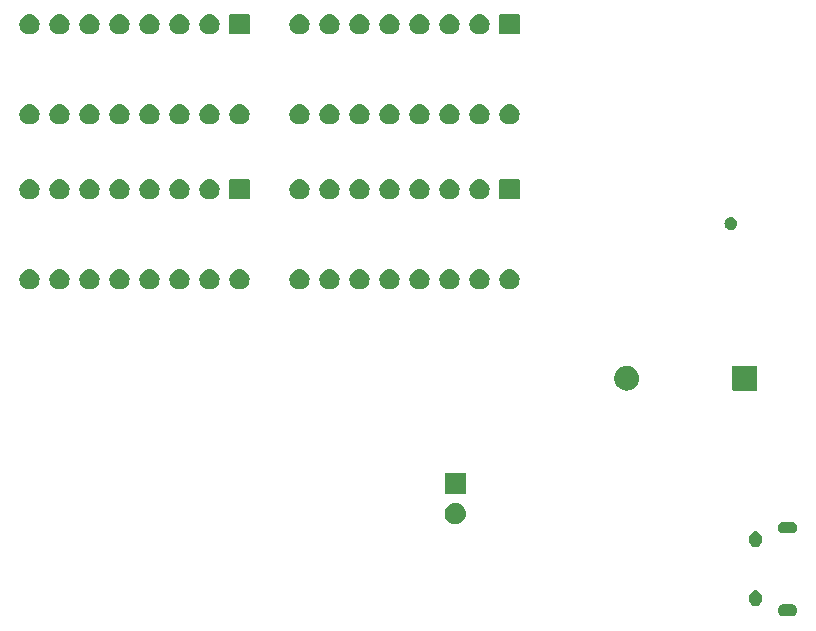
<source format=gbr>
%TF.GenerationSoftware,KiCad,Pcbnew,8.0.0-rc2*%
%TF.CreationDate,2024-02-11T14:56:47-08:00*%
%TF.ProjectId,fluke_884x_continuity_buzzer,666c756b-655f-4383-9834-785f636f6e74,REV1*%
%TF.SameCoordinates,Original*%
%TF.FileFunction,Soldermask,Bot*%
%TF.FilePolarity,Negative*%
%FSLAX46Y46*%
G04 Gerber Fmt 4.6, Leading zero omitted, Abs format (unit mm)*
G04 Created by KiCad (PCBNEW 8.0.0-rc2) date 2024-02-11 14:56:47*
%MOMM*%
%LPD*%
G01*
G04 APERTURE LIST*
G04 APERTURE END LIST*
G36*
X69648341Y-55445743D02*
G01*
X69773411Y-55479256D01*
X69885546Y-55543997D01*
X69977103Y-55635554D01*
X70041844Y-55747689D01*
X70075357Y-55872759D01*
X70075357Y-56002241D01*
X70041844Y-56127311D01*
X69977103Y-56239446D01*
X69885546Y-56331003D01*
X69773411Y-56395744D01*
X69648341Y-56429257D01*
X68923600Y-56433500D01*
X68858859Y-56429257D01*
X68733789Y-56395744D01*
X68621654Y-56331003D01*
X68530097Y-56239446D01*
X68465356Y-56127311D01*
X68431843Y-56002241D01*
X68431843Y-55872759D01*
X68465356Y-55747689D01*
X68530097Y-55635554D01*
X68621654Y-55543997D01*
X68733789Y-55479256D01*
X68858859Y-55445743D01*
X69583600Y-55441500D01*
X69648341Y-55445743D01*
G37*
G36*
X66754891Y-54301539D02*
G01*
X66873809Y-54370196D01*
X66970904Y-54467291D01*
X67039561Y-54586209D01*
X67075100Y-54718843D01*
X67079600Y-55087500D01*
X67075100Y-55156157D01*
X67039561Y-55288791D01*
X66970904Y-55407709D01*
X66873809Y-55504804D01*
X66754891Y-55573461D01*
X66622257Y-55609000D01*
X66484943Y-55609000D01*
X66352309Y-55573461D01*
X66233391Y-55504804D01*
X66136296Y-55407709D01*
X66067639Y-55288791D01*
X66032100Y-55156157D01*
X66027600Y-54787500D01*
X66032100Y-54718843D01*
X66067639Y-54586209D01*
X66136296Y-54467291D01*
X66233391Y-54370196D01*
X66352309Y-54301539D01*
X66484943Y-54266000D01*
X66622257Y-54266000D01*
X66754891Y-54301539D01*
G37*
G36*
X66754891Y-49301539D02*
G01*
X66873809Y-49370196D01*
X66970904Y-49467291D01*
X67039561Y-49586209D01*
X67075100Y-49718843D01*
X67079600Y-50087500D01*
X67075100Y-50156157D01*
X67039561Y-50288791D01*
X66970904Y-50407709D01*
X66873809Y-50504804D01*
X66754891Y-50573461D01*
X66622257Y-50609000D01*
X66484943Y-50609000D01*
X66352309Y-50573461D01*
X66233391Y-50504804D01*
X66136296Y-50407709D01*
X66067639Y-50288791D01*
X66032100Y-50156157D01*
X66027600Y-49787500D01*
X66032100Y-49718843D01*
X66067639Y-49586209D01*
X66136296Y-49467291D01*
X66233391Y-49370196D01*
X66352309Y-49301539D01*
X66484943Y-49266000D01*
X66622257Y-49266000D01*
X66754891Y-49301539D01*
G37*
G36*
X69648341Y-48445743D02*
G01*
X69773411Y-48479256D01*
X69885546Y-48543997D01*
X69977103Y-48635554D01*
X70041844Y-48747689D01*
X70075357Y-48872759D01*
X70075357Y-49002241D01*
X70041844Y-49127311D01*
X69977103Y-49239446D01*
X69885546Y-49331003D01*
X69773411Y-49395744D01*
X69648341Y-49429257D01*
X68923600Y-49433500D01*
X68858859Y-49429257D01*
X68733789Y-49395744D01*
X68621654Y-49331003D01*
X68530097Y-49239446D01*
X68465356Y-49127311D01*
X68431843Y-49002241D01*
X68431843Y-48872759D01*
X68465356Y-48747689D01*
X68530097Y-48635554D01*
X68621654Y-48543997D01*
X68733789Y-48479256D01*
X68858859Y-48445743D01*
X69583600Y-48441500D01*
X69648341Y-48445743D01*
G37*
G36*
X41171513Y-46868936D02*
G01*
X41217780Y-46868936D01*
X41257729Y-46877427D01*
X41299333Y-46881525D01*
X41351598Y-46897379D01*
X41402024Y-46908098D01*
X41434294Y-46922465D01*
X41468312Y-46932785D01*
X41522367Y-46961678D01*
X41574100Y-46984711D01*
X41598151Y-47002185D01*
X41624047Y-47016027D01*
X41676871Y-47059378D01*
X41726487Y-47095427D01*
X41742596Y-47113318D01*
X41760548Y-47128051D01*
X41808788Y-47186831D01*
X41852524Y-47235405D01*
X41861711Y-47251319D01*
X41872572Y-47264552D01*
X41912749Y-47339719D01*
X41946704Y-47398530D01*
X41950609Y-47410550D01*
X41955814Y-47420287D01*
X41984513Y-47514896D01*
X42004911Y-47577672D01*
X42005628Y-47584502D01*
X42007074Y-47589266D01*
X42021136Y-47732042D01*
X42024600Y-47765000D01*
X42021135Y-47797959D01*
X42007074Y-47940733D01*
X42005629Y-47945496D01*
X42004911Y-47952328D01*
X41984509Y-48015117D01*
X41955814Y-48109712D01*
X41950610Y-48119447D01*
X41946704Y-48131470D01*
X41912742Y-48190293D01*
X41872572Y-48265447D01*
X41861713Y-48278677D01*
X41852524Y-48294595D01*
X41808778Y-48343178D01*
X41760548Y-48401948D01*
X41742600Y-48416677D01*
X41726487Y-48434573D01*
X41676860Y-48470628D01*
X41624047Y-48513972D01*
X41598157Y-48527810D01*
X41574100Y-48545289D01*
X41522356Y-48568326D01*
X41468312Y-48597214D01*
X41434301Y-48607531D01*
X41402024Y-48621902D01*
X41351587Y-48632622D01*
X41299333Y-48648474D01*
X41257738Y-48652570D01*
X41217780Y-48661064D01*
X41171503Y-48661064D01*
X41123600Y-48665782D01*
X41075697Y-48661064D01*
X41029420Y-48661064D01*
X40989462Y-48652570D01*
X40947866Y-48648474D01*
X40895609Y-48632621D01*
X40845176Y-48621902D01*
X40812900Y-48607532D01*
X40778887Y-48597214D01*
X40724837Y-48568323D01*
X40673100Y-48545289D01*
X40649045Y-48527812D01*
X40623152Y-48513972D01*
X40570330Y-48470622D01*
X40520713Y-48434573D01*
X40504602Y-48416680D01*
X40486651Y-48401948D01*
X40438409Y-48343166D01*
X40394676Y-48294595D01*
X40385488Y-48278681D01*
X40374627Y-48265447D01*
X40334444Y-48190269D01*
X40300496Y-48131470D01*
X40296591Y-48119451D01*
X40291385Y-48109712D01*
X40262675Y-48015071D01*
X40242289Y-47952328D01*
X40241571Y-47945501D01*
X40240125Y-47940733D01*
X40226048Y-47797808D01*
X40222600Y-47765000D01*
X40226048Y-47732194D01*
X40240125Y-47589266D01*
X40241571Y-47584497D01*
X40242289Y-47577672D01*
X40262671Y-47514942D01*
X40291385Y-47420287D01*
X40296591Y-47410545D01*
X40300496Y-47398530D01*
X40334436Y-47339742D01*
X40374627Y-47264552D01*
X40385490Y-47251314D01*
X40394676Y-47235405D01*
X40438400Y-47186843D01*
X40486651Y-47128051D01*
X40504605Y-47113315D01*
X40520713Y-47095427D01*
X40570320Y-47059385D01*
X40623152Y-47016027D01*
X40649050Y-47002183D01*
X40673100Y-46984711D01*
X40724826Y-46961681D01*
X40778887Y-46932785D01*
X40812907Y-46922464D01*
X40845176Y-46908098D01*
X40895598Y-46897380D01*
X40947866Y-46881525D01*
X40989471Y-46877427D01*
X41029420Y-46868936D01*
X41075686Y-46868936D01*
X41123600Y-46864217D01*
X41171513Y-46868936D01*
G37*
G36*
X41993117Y-44327882D02*
G01*
X42009662Y-44338938D01*
X42020718Y-44355483D01*
X42024600Y-44375000D01*
X42024600Y-46075000D01*
X42020718Y-46094517D01*
X42009662Y-46111062D01*
X41993117Y-46122118D01*
X41973600Y-46126000D01*
X40273600Y-46126000D01*
X40254083Y-46122118D01*
X40237538Y-46111062D01*
X40226482Y-46094517D01*
X40222600Y-46075000D01*
X40222600Y-44375000D01*
X40226482Y-44355483D01*
X40237538Y-44338938D01*
X40254083Y-44327882D01*
X40273600Y-44324000D01*
X41973600Y-44324000D01*
X41993117Y-44327882D01*
G37*
G36*
X55687465Y-35253675D02*
G01*
X55736955Y-35253675D01*
X55792070Y-35263977D01*
X55845040Y-35269195D01*
X55885279Y-35281401D01*
X55927570Y-35289307D01*
X55986142Y-35311997D01*
X56042200Y-35329003D01*
X56074231Y-35346123D01*
X56108382Y-35359354D01*
X56167719Y-35396093D01*
X56223904Y-35426125D01*
X56247509Y-35445497D01*
X56273251Y-35461436D01*
X56330290Y-35513434D01*
X56383169Y-35556831D01*
X56398839Y-35575924D01*
X56416557Y-35592077D01*
X56467989Y-35660184D01*
X56513875Y-35716096D01*
X56522748Y-35732697D01*
X56533415Y-35746822D01*
X56575860Y-35832064D01*
X56610997Y-35897800D01*
X56614743Y-35910151D01*
X56619848Y-35920402D01*
X56649997Y-36026368D01*
X56670805Y-36094960D01*
X56671488Y-36101900D01*
X56672915Y-36106914D01*
X56687739Y-36266893D01*
X56691000Y-36300000D01*
X56687738Y-36333109D01*
X56672915Y-36493085D01*
X56671488Y-36498097D01*
X56670805Y-36505040D01*
X56649993Y-36573646D01*
X56619848Y-36679597D01*
X56614744Y-36689846D01*
X56610997Y-36702200D01*
X56575853Y-36767949D01*
X56533415Y-36853177D01*
X56522750Y-36867299D01*
X56513875Y-36883904D01*
X56467979Y-36939827D01*
X56416557Y-37007922D01*
X56398842Y-37024071D01*
X56383169Y-37043169D01*
X56330279Y-37086574D01*
X56273251Y-37138563D01*
X56247514Y-37154498D01*
X56223904Y-37173875D01*
X56167707Y-37203912D01*
X56108382Y-37240645D01*
X56074238Y-37253872D01*
X56042200Y-37270997D01*
X55986130Y-37288005D01*
X55927570Y-37310692D01*
X55885286Y-37318596D01*
X55845040Y-37330805D01*
X55792067Y-37336022D01*
X55736955Y-37346325D01*
X55687465Y-37346325D01*
X55640000Y-37351000D01*
X55592535Y-37346325D01*
X55543045Y-37346325D01*
X55487931Y-37336022D01*
X55434960Y-37330805D01*
X55394714Y-37318596D01*
X55352429Y-37310692D01*
X55293865Y-37288004D01*
X55237800Y-37270997D01*
X55205764Y-37253873D01*
X55171617Y-37240645D01*
X55112285Y-37203908D01*
X55056096Y-37173875D01*
X55032488Y-37154500D01*
X55006748Y-37138563D01*
X54949710Y-37086565D01*
X54896831Y-37043169D01*
X54881160Y-37024074D01*
X54863442Y-37007922D01*
X54812007Y-36939811D01*
X54766125Y-36883904D01*
X54757252Y-36867303D01*
X54746584Y-36853177D01*
X54704131Y-36767921D01*
X54669003Y-36702200D01*
X54665257Y-36689851D01*
X54660151Y-36679597D01*
X54629990Y-36573593D01*
X54609195Y-36505040D01*
X54608511Y-36498103D01*
X54607084Y-36493085D01*
X54592244Y-36332938D01*
X54589000Y-36300000D01*
X54592243Y-36267064D01*
X54607084Y-36106914D01*
X54608511Y-36101895D01*
X54609195Y-36094960D01*
X54629986Y-36026421D01*
X54660151Y-35920402D01*
X54665257Y-35910146D01*
X54669003Y-35897800D01*
X54704124Y-35832091D01*
X54746584Y-35746822D01*
X54757253Y-35732692D01*
X54766125Y-35716096D01*
X54811998Y-35660199D01*
X54863442Y-35592077D01*
X54881163Y-35575921D01*
X54896831Y-35556831D01*
X54949699Y-35513443D01*
X55006748Y-35461436D01*
X55032493Y-35445495D01*
X55056096Y-35426125D01*
X55112273Y-35396097D01*
X55171617Y-35359354D01*
X55205771Y-35346122D01*
X55237800Y-35329003D01*
X55293853Y-35311999D01*
X55352429Y-35289307D01*
X55394721Y-35281401D01*
X55434960Y-35269195D01*
X55487928Y-35263977D01*
X55543045Y-35253675D01*
X55592535Y-35253675D01*
X55640000Y-35249000D01*
X55687465Y-35253675D01*
G37*
G36*
X66659517Y-35252882D02*
G01*
X66676062Y-35263938D01*
X66687118Y-35280483D01*
X66691000Y-35300000D01*
X66691000Y-37300000D01*
X66687118Y-37319517D01*
X66676062Y-37336062D01*
X66659517Y-37347118D01*
X66640000Y-37351000D01*
X64640000Y-37351000D01*
X64620483Y-37347118D01*
X64603938Y-37336062D01*
X64592882Y-37319517D01*
X64589000Y-37300000D01*
X64589000Y-35300000D01*
X64592882Y-35280483D01*
X64603938Y-35263938D01*
X64620483Y-35252882D01*
X64640000Y-35249000D01*
X66640000Y-35249000D01*
X66659517Y-35252882D01*
G37*
G36*
X5342973Y-27130651D02*
G01*
X5505500Y-27203012D01*
X5649430Y-27307584D01*
X5768473Y-27439795D01*
X5857427Y-27593867D01*
X5912404Y-27763067D01*
X5931000Y-27940000D01*
X5912404Y-28116933D01*
X5857427Y-28286133D01*
X5768473Y-28440205D01*
X5649430Y-28572416D01*
X5505500Y-28676988D01*
X5342973Y-28749349D01*
X5168954Y-28786338D01*
X4991046Y-28786338D01*
X4817027Y-28749349D01*
X4654500Y-28676988D01*
X4510570Y-28572416D01*
X4391527Y-28440205D01*
X4302573Y-28286133D01*
X4247596Y-28116933D01*
X4229000Y-27940000D01*
X4247596Y-27763067D01*
X4302573Y-27593867D01*
X4391527Y-27439795D01*
X4510570Y-27307584D01*
X4654500Y-27203012D01*
X4817027Y-27130651D01*
X4991046Y-27093662D01*
X5168954Y-27093662D01*
X5342973Y-27130651D01*
G37*
G36*
X7882973Y-27130651D02*
G01*
X8045500Y-27203012D01*
X8189430Y-27307584D01*
X8308473Y-27439795D01*
X8397427Y-27593867D01*
X8452404Y-27763067D01*
X8471000Y-27940000D01*
X8452404Y-28116933D01*
X8397427Y-28286133D01*
X8308473Y-28440205D01*
X8189430Y-28572416D01*
X8045500Y-28676988D01*
X7882973Y-28749349D01*
X7708954Y-28786338D01*
X7531046Y-28786338D01*
X7357027Y-28749349D01*
X7194500Y-28676988D01*
X7050570Y-28572416D01*
X6931527Y-28440205D01*
X6842573Y-28286133D01*
X6787596Y-28116933D01*
X6769000Y-27940000D01*
X6787596Y-27763067D01*
X6842573Y-27593867D01*
X6931527Y-27439795D01*
X7050570Y-27307584D01*
X7194500Y-27203012D01*
X7357027Y-27130651D01*
X7531046Y-27093662D01*
X7708954Y-27093662D01*
X7882973Y-27130651D01*
G37*
G36*
X10422973Y-27130651D02*
G01*
X10585500Y-27203012D01*
X10729430Y-27307584D01*
X10848473Y-27439795D01*
X10937427Y-27593867D01*
X10992404Y-27763067D01*
X11011000Y-27940000D01*
X10992404Y-28116933D01*
X10937427Y-28286133D01*
X10848473Y-28440205D01*
X10729430Y-28572416D01*
X10585500Y-28676988D01*
X10422973Y-28749349D01*
X10248954Y-28786338D01*
X10071046Y-28786338D01*
X9897027Y-28749349D01*
X9734500Y-28676988D01*
X9590570Y-28572416D01*
X9471527Y-28440205D01*
X9382573Y-28286133D01*
X9327596Y-28116933D01*
X9309000Y-27940000D01*
X9327596Y-27763067D01*
X9382573Y-27593867D01*
X9471527Y-27439795D01*
X9590570Y-27307584D01*
X9734500Y-27203012D01*
X9897027Y-27130651D01*
X10071046Y-27093662D01*
X10248954Y-27093662D01*
X10422973Y-27130651D01*
G37*
G36*
X12962973Y-27130651D02*
G01*
X13125500Y-27203012D01*
X13269430Y-27307584D01*
X13388473Y-27439795D01*
X13477427Y-27593867D01*
X13532404Y-27763067D01*
X13551000Y-27940000D01*
X13532404Y-28116933D01*
X13477427Y-28286133D01*
X13388473Y-28440205D01*
X13269430Y-28572416D01*
X13125500Y-28676988D01*
X12962973Y-28749349D01*
X12788954Y-28786338D01*
X12611046Y-28786338D01*
X12437027Y-28749349D01*
X12274500Y-28676988D01*
X12130570Y-28572416D01*
X12011527Y-28440205D01*
X11922573Y-28286133D01*
X11867596Y-28116933D01*
X11849000Y-27940000D01*
X11867596Y-27763067D01*
X11922573Y-27593867D01*
X12011527Y-27439795D01*
X12130570Y-27307584D01*
X12274500Y-27203012D01*
X12437027Y-27130651D01*
X12611046Y-27093662D01*
X12788954Y-27093662D01*
X12962973Y-27130651D01*
G37*
G36*
X15502973Y-27130651D02*
G01*
X15665500Y-27203012D01*
X15809430Y-27307584D01*
X15928473Y-27439795D01*
X16017427Y-27593867D01*
X16072404Y-27763067D01*
X16091000Y-27940000D01*
X16072404Y-28116933D01*
X16017427Y-28286133D01*
X15928473Y-28440205D01*
X15809430Y-28572416D01*
X15665500Y-28676988D01*
X15502973Y-28749349D01*
X15328954Y-28786338D01*
X15151046Y-28786338D01*
X14977027Y-28749349D01*
X14814500Y-28676988D01*
X14670570Y-28572416D01*
X14551527Y-28440205D01*
X14462573Y-28286133D01*
X14407596Y-28116933D01*
X14389000Y-27940000D01*
X14407596Y-27763067D01*
X14462573Y-27593867D01*
X14551527Y-27439795D01*
X14670570Y-27307584D01*
X14814500Y-27203012D01*
X14977027Y-27130651D01*
X15151046Y-27093662D01*
X15328954Y-27093662D01*
X15502973Y-27130651D01*
G37*
G36*
X18042973Y-27130651D02*
G01*
X18205500Y-27203012D01*
X18349430Y-27307584D01*
X18468473Y-27439795D01*
X18557427Y-27593867D01*
X18612404Y-27763067D01*
X18631000Y-27940000D01*
X18612404Y-28116933D01*
X18557427Y-28286133D01*
X18468473Y-28440205D01*
X18349430Y-28572416D01*
X18205500Y-28676988D01*
X18042973Y-28749349D01*
X17868954Y-28786338D01*
X17691046Y-28786338D01*
X17517027Y-28749349D01*
X17354500Y-28676988D01*
X17210570Y-28572416D01*
X17091527Y-28440205D01*
X17002573Y-28286133D01*
X16947596Y-28116933D01*
X16929000Y-27940000D01*
X16947596Y-27763067D01*
X17002573Y-27593867D01*
X17091527Y-27439795D01*
X17210570Y-27307584D01*
X17354500Y-27203012D01*
X17517027Y-27130651D01*
X17691046Y-27093662D01*
X17868954Y-27093662D01*
X18042973Y-27130651D01*
G37*
G36*
X20582973Y-27130651D02*
G01*
X20745500Y-27203012D01*
X20889430Y-27307584D01*
X21008473Y-27439795D01*
X21097427Y-27593867D01*
X21152404Y-27763067D01*
X21171000Y-27940000D01*
X21152404Y-28116933D01*
X21097427Y-28286133D01*
X21008473Y-28440205D01*
X20889430Y-28572416D01*
X20745500Y-28676988D01*
X20582973Y-28749349D01*
X20408954Y-28786338D01*
X20231046Y-28786338D01*
X20057027Y-28749349D01*
X19894500Y-28676988D01*
X19750570Y-28572416D01*
X19631527Y-28440205D01*
X19542573Y-28286133D01*
X19487596Y-28116933D01*
X19469000Y-27940000D01*
X19487596Y-27763067D01*
X19542573Y-27593867D01*
X19631527Y-27439795D01*
X19750570Y-27307584D01*
X19894500Y-27203012D01*
X20057027Y-27130651D01*
X20231046Y-27093662D01*
X20408954Y-27093662D01*
X20582973Y-27130651D01*
G37*
G36*
X23122973Y-27130651D02*
G01*
X23285500Y-27203012D01*
X23429430Y-27307584D01*
X23548473Y-27439795D01*
X23637427Y-27593867D01*
X23692404Y-27763067D01*
X23711000Y-27940000D01*
X23692404Y-28116933D01*
X23637427Y-28286133D01*
X23548473Y-28440205D01*
X23429430Y-28572416D01*
X23285500Y-28676988D01*
X23122973Y-28749349D01*
X22948954Y-28786338D01*
X22771046Y-28786338D01*
X22597027Y-28749349D01*
X22434500Y-28676988D01*
X22290570Y-28572416D01*
X22171527Y-28440205D01*
X22082573Y-28286133D01*
X22027596Y-28116933D01*
X22009000Y-27940000D01*
X22027596Y-27763067D01*
X22082573Y-27593867D01*
X22171527Y-27439795D01*
X22290570Y-27307584D01*
X22434500Y-27203012D01*
X22597027Y-27130651D01*
X22771046Y-27093662D01*
X22948954Y-27093662D01*
X23122973Y-27130651D01*
G37*
G36*
X28202973Y-27130651D02*
G01*
X28365500Y-27203012D01*
X28509430Y-27307584D01*
X28628473Y-27439795D01*
X28717427Y-27593867D01*
X28772404Y-27763067D01*
X28791000Y-27940000D01*
X28772404Y-28116933D01*
X28717427Y-28286133D01*
X28628473Y-28440205D01*
X28509430Y-28572416D01*
X28365500Y-28676988D01*
X28202973Y-28749349D01*
X28028954Y-28786338D01*
X27851046Y-28786338D01*
X27677027Y-28749349D01*
X27514500Y-28676988D01*
X27370570Y-28572416D01*
X27251527Y-28440205D01*
X27162573Y-28286133D01*
X27107596Y-28116933D01*
X27089000Y-27940000D01*
X27107596Y-27763067D01*
X27162573Y-27593867D01*
X27251527Y-27439795D01*
X27370570Y-27307584D01*
X27514500Y-27203012D01*
X27677027Y-27130651D01*
X27851046Y-27093662D01*
X28028954Y-27093662D01*
X28202973Y-27130651D01*
G37*
G36*
X30742973Y-27130651D02*
G01*
X30905500Y-27203012D01*
X31049430Y-27307584D01*
X31168473Y-27439795D01*
X31257427Y-27593867D01*
X31312404Y-27763067D01*
X31331000Y-27940000D01*
X31312404Y-28116933D01*
X31257427Y-28286133D01*
X31168473Y-28440205D01*
X31049430Y-28572416D01*
X30905500Y-28676988D01*
X30742973Y-28749349D01*
X30568954Y-28786338D01*
X30391046Y-28786338D01*
X30217027Y-28749349D01*
X30054500Y-28676988D01*
X29910570Y-28572416D01*
X29791527Y-28440205D01*
X29702573Y-28286133D01*
X29647596Y-28116933D01*
X29629000Y-27940000D01*
X29647596Y-27763067D01*
X29702573Y-27593867D01*
X29791527Y-27439795D01*
X29910570Y-27307584D01*
X30054500Y-27203012D01*
X30217027Y-27130651D01*
X30391046Y-27093662D01*
X30568954Y-27093662D01*
X30742973Y-27130651D01*
G37*
G36*
X33282973Y-27130651D02*
G01*
X33445500Y-27203012D01*
X33589430Y-27307584D01*
X33708473Y-27439795D01*
X33797427Y-27593867D01*
X33852404Y-27763067D01*
X33871000Y-27940000D01*
X33852404Y-28116933D01*
X33797427Y-28286133D01*
X33708473Y-28440205D01*
X33589430Y-28572416D01*
X33445500Y-28676988D01*
X33282973Y-28749349D01*
X33108954Y-28786338D01*
X32931046Y-28786338D01*
X32757027Y-28749349D01*
X32594500Y-28676988D01*
X32450570Y-28572416D01*
X32331527Y-28440205D01*
X32242573Y-28286133D01*
X32187596Y-28116933D01*
X32169000Y-27940000D01*
X32187596Y-27763067D01*
X32242573Y-27593867D01*
X32331527Y-27439795D01*
X32450570Y-27307584D01*
X32594500Y-27203012D01*
X32757027Y-27130651D01*
X32931046Y-27093662D01*
X33108954Y-27093662D01*
X33282973Y-27130651D01*
G37*
G36*
X35822973Y-27130651D02*
G01*
X35985500Y-27203012D01*
X36129430Y-27307584D01*
X36248473Y-27439795D01*
X36337427Y-27593867D01*
X36392404Y-27763067D01*
X36411000Y-27940000D01*
X36392404Y-28116933D01*
X36337427Y-28286133D01*
X36248473Y-28440205D01*
X36129430Y-28572416D01*
X35985500Y-28676988D01*
X35822973Y-28749349D01*
X35648954Y-28786338D01*
X35471046Y-28786338D01*
X35297027Y-28749349D01*
X35134500Y-28676988D01*
X34990570Y-28572416D01*
X34871527Y-28440205D01*
X34782573Y-28286133D01*
X34727596Y-28116933D01*
X34709000Y-27940000D01*
X34727596Y-27763067D01*
X34782573Y-27593867D01*
X34871527Y-27439795D01*
X34990570Y-27307584D01*
X35134500Y-27203012D01*
X35297027Y-27130651D01*
X35471046Y-27093662D01*
X35648954Y-27093662D01*
X35822973Y-27130651D01*
G37*
G36*
X38362973Y-27130651D02*
G01*
X38525500Y-27203012D01*
X38669430Y-27307584D01*
X38788473Y-27439795D01*
X38877427Y-27593867D01*
X38932404Y-27763067D01*
X38951000Y-27940000D01*
X38932404Y-28116933D01*
X38877427Y-28286133D01*
X38788473Y-28440205D01*
X38669430Y-28572416D01*
X38525500Y-28676988D01*
X38362973Y-28749349D01*
X38188954Y-28786338D01*
X38011046Y-28786338D01*
X37837027Y-28749349D01*
X37674500Y-28676988D01*
X37530570Y-28572416D01*
X37411527Y-28440205D01*
X37322573Y-28286133D01*
X37267596Y-28116933D01*
X37249000Y-27940000D01*
X37267596Y-27763067D01*
X37322573Y-27593867D01*
X37411527Y-27439795D01*
X37530570Y-27307584D01*
X37674500Y-27203012D01*
X37837027Y-27130651D01*
X38011046Y-27093662D01*
X38188954Y-27093662D01*
X38362973Y-27130651D01*
G37*
G36*
X40902973Y-27130651D02*
G01*
X41065500Y-27203012D01*
X41209430Y-27307584D01*
X41328473Y-27439795D01*
X41417427Y-27593867D01*
X41472404Y-27763067D01*
X41491000Y-27940000D01*
X41472404Y-28116933D01*
X41417427Y-28286133D01*
X41328473Y-28440205D01*
X41209430Y-28572416D01*
X41065500Y-28676988D01*
X40902973Y-28749349D01*
X40728954Y-28786338D01*
X40551046Y-28786338D01*
X40377027Y-28749349D01*
X40214500Y-28676988D01*
X40070570Y-28572416D01*
X39951527Y-28440205D01*
X39862573Y-28286133D01*
X39807596Y-28116933D01*
X39789000Y-27940000D01*
X39807596Y-27763067D01*
X39862573Y-27593867D01*
X39951527Y-27439795D01*
X40070570Y-27307584D01*
X40214500Y-27203012D01*
X40377027Y-27130651D01*
X40551046Y-27093662D01*
X40728954Y-27093662D01*
X40902973Y-27130651D01*
G37*
G36*
X43442973Y-27130651D02*
G01*
X43605500Y-27203012D01*
X43749430Y-27307584D01*
X43868473Y-27439795D01*
X43957427Y-27593867D01*
X44012404Y-27763067D01*
X44031000Y-27940000D01*
X44012404Y-28116933D01*
X43957427Y-28286133D01*
X43868473Y-28440205D01*
X43749430Y-28572416D01*
X43605500Y-28676988D01*
X43442973Y-28749349D01*
X43268954Y-28786338D01*
X43091046Y-28786338D01*
X42917027Y-28749349D01*
X42754500Y-28676988D01*
X42610570Y-28572416D01*
X42491527Y-28440205D01*
X42402573Y-28286133D01*
X42347596Y-28116933D01*
X42329000Y-27940000D01*
X42347596Y-27763067D01*
X42402573Y-27593867D01*
X42491527Y-27439795D01*
X42610570Y-27307584D01*
X42754500Y-27203012D01*
X42917027Y-27130651D01*
X43091046Y-27093662D01*
X43268954Y-27093662D01*
X43442973Y-27130651D01*
G37*
G36*
X45982973Y-27130651D02*
G01*
X46145500Y-27203012D01*
X46289430Y-27307584D01*
X46408473Y-27439795D01*
X46497427Y-27593867D01*
X46552404Y-27763067D01*
X46571000Y-27940000D01*
X46552404Y-28116933D01*
X46497427Y-28286133D01*
X46408473Y-28440205D01*
X46289430Y-28572416D01*
X46145500Y-28676988D01*
X45982973Y-28749349D01*
X45808954Y-28786338D01*
X45631046Y-28786338D01*
X45457027Y-28749349D01*
X45294500Y-28676988D01*
X45150570Y-28572416D01*
X45031527Y-28440205D01*
X44942573Y-28286133D01*
X44887596Y-28116933D01*
X44869000Y-27940000D01*
X44887596Y-27763067D01*
X44942573Y-27593867D01*
X45031527Y-27439795D01*
X45150570Y-27307584D01*
X45294500Y-27203012D01*
X45457027Y-27130651D01*
X45631046Y-27093662D01*
X45808954Y-27093662D01*
X45982973Y-27130651D01*
G37*
G36*
X64602609Y-22667775D02*
G01*
X64735500Y-22722820D01*
X64849616Y-22810384D01*
X64937180Y-22924500D01*
X64992225Y-23057391D01*
X65011000Y-23200000D01*
X64992225Y-23342609D01*
X64937180Y-23475500D01*
X64849616Y-23589616D01*
X64735500Y-23677180D01*
X64602609Y-23732225D01*
X64460000Y-23751000D01*
X64317391Y-23732225D01*
X64184500Y-23677180D01*
X64070384Y-23589616D01*
X63982820Y-23475500D01*
X63927775Y-23342609D01*
X63909000Y-23200000D01*
X63927775Y-23057391D01*
X63982820Y-22924500D01*
X64070384Y-22810384D01*
X64184500Y-22722820D01*
X64317391Y-22667775D01*
X64460000Y-22649000D01*
X64602609Y-22667775D01*
G37*
G36*
X23679517Y-19472882D02*
G01*
X23696062Y-19483938D01*
X23707118Y-19500483D01*
X23711000Y-19520000D01*
X23711000Y-21120000D01*
X23707118Y-21139517D01*
X23696062Y-21156062D01*
X23679517Y-21167118D01*
X23660000Y-21171000D01*
X22060000Y-21171000D01*
X22040483Y-21167118D01*
X22023938Y-21156062D01*
X22012882Y-21139517D01*
X22009000Y-21120000D01*
X22009000Y-19520000D01*
X22012882Y-19500483D01*
X22023938Y-19483938D01*
X22040483Y-19472882D01*
X22060000Y-19469000D01*
X23660000Y-19469000D01*
X23679517Y-19472882D01*
G37*
G36*
X46539517Y-19472882D02*
G01*
X46556062Y-19483938D01*
X46567118Y-19500483D01*
X46571000Y-19520000D01*
X46571000Y-21120000D01*
X46567118Y-21139517D01*
X46556062Y-21156062D01*
X46539517Y-21167118D01*
X46520000Y-21171000D01*
X44920000Y-21171000D01*
X44900483Y-21167118D01*
X44883938Y-21156062D01*
X44872882Y-21139517D01*
X44869000Y-21120000D01*
X44869000Y-19520000D01*
X44872882Y-19500483D01*
X44883938Y-19483938D01*
X44900483Y-19472882D01*
X44920000Y-19469000D01*
X46520000Y-19469000D01*
X46539517Y-19472882D01*
G37*
G36*
X5342973Y-19510651D02*
G01*
X5505500Y-19583012D01*
X5649430Y-19687584D01*
X5768473Y-19819795D01*
X5857427Y-19973867D01*
X5912404Y-20143067D01*
X5931000Y-20320000D01*
X5912404Y-20496933D01*
X5857427Y-20666133D01*
X5768473Y-20820205D01*
X5649430Y-20952416D01*
X5505500Y-21056988D01*
X5342973Y-21129349D01*
X5168954Y-21166338D01*
X4991046Y-21166338D01*
X4817027Y-21129349D01*
X4654500Y-21056988D01*
X4510570Y-20952416D01*
X4391527Y-20820205D01*
X4302573Y-20666133D01*
X4247596Y-20496933D01*
X4229000Y-20320000D01*
X4247596Y-20143067D01*
X4302573Y-19973867D01*
X4391527Y-19819795D01*
X4510570Y-19687584D01*
X4654500Y-19583012D01*
X4817027Y-19510651D01*
X4991046Y-19473662D01*
X5168954Y-19473662D01*
X5342973Y-19510651D01*
G37*
G36*
X7882973Y-19510651D02*
G01*
X8045500Y-19583012D01*
X8189430Y-19687584D01*
X8308473Y-19819795D01*
X8397427Y-19973867D01*
X8452404Y-20143067D01*
X8471000Y-20320000D01*
X8452404Y-20496933D01*
X8397427Y-20666133D01*
X8308473Y-20820205D01*
X8189430Y-20952416D01*
X8045500Y-21056988D01*
X7882973Y-21129349D01*
X7708954Y-21166338D01*
X7531046Y-21166338D01*
X7357027Y-21129349D01*
X7194500Y-21056988D01*
X7050570Y-20952416D01*
X6931527Y-20820205D01*
X6842573Y-20666133D01*
X6787596Y-20496933D01*
X6769000Y-20320000D01*
X6787596Y-20143067D01*
X6842573Y-19973867D01*
X6931527Y-19819795D01*
X7050570Y-19687584D01*
X7194500Y-19583012D01*
X7357027Y-19510651D01*
X7531046Y-19473662D01*
X7708954Y-19473662D01*
X7882973Y-19510651D01*
G37*
G36*
X10422973Y-19510651D02*
G01*
X10585500Y-19583012D01*
X10729430Y-19687584D01*
X10848473Y-19819795D01*
X10937427Y-19973867D01*
X10992404Y-20143067D01*
X11011000Y-20320000D01*
X10992404Y-20496933D01*
X10937427Y-20666133D01*
X10848473Y-20820205D01*
X10729430Y-20952416D01*
X10585500Y-21056988D01*
X10422973Y-21129349D01*
X10248954Y-21166338D01*
X10071046Y-21166338D01*
X9897027Y-21129349D01*
X9734500Y-21056988D01*
X9590570Y-20952416D01*
X9471527Y-20820205D01*
X9382573Y-20666133D01*
X9327596Y-20496933D01*
X9309000Y-20320000D01*
X9327596Y-20143067D01*
X9382573Y-19973867D01*
X9471527Y-19819795D01*
X9590570Y-19687584D01*
X9734500Y-19583012D01*
X9897027Y-19510651D01*
X10071046Y-19473662D01*
X10248954Y-19473662D01*
X10422973Y-19510651D01*
G37*
G36*
X12962973Y-19510651D02*
G01*
X13125500Y-19583012D01*
X13269430Y-19687584D01*
X13388473Y-19819795D01*
X13477427Y-19973867D01*
X13532404Y-20143067D01*
X13551000Y-20320000D01*
X13532404Y-20496933D01*
X13477427Y-20666133D01*
X13388473Y-20820205D01*
X13269430Y-20952416D01*
X13125500Y-21056988D01*
X12962973Y-21129349D01*
X12788954Y-21166338D01*
X12611046Y-21166338D01*
X12437027Y-21129349D01*
X12274500Y-21056988D01*
X12130570Y-20952416D01*
X12011527Y-20820205D01*
X11922573Y-20666133D01*
X11867596Y-20496933D01*
X11849000Y-20320000D01*
X11867596Y-20143067D01*
X11922573Y-19973867D01*
X12011527Y-19819795D01*
X12130570Y-19687584D01*
X12274500Y-19583012D01*
X12437027Y-19510651D01*
X12611046Y-19473662D01*
X12788954Y-19473662D01*
X12962973Y-19510651D01*
G37*
G36*
X15502973Y-19510651D02*
G01*
X15665500Y-19583012D01*
X15809430Y-19687584D01*
X15928473Y-19819795D01*
X16017427Y-19973867D01*
X16072404Y-20143067D01*
X16091000Y-20320000D01*
X16072404Y-20496933D01*
X16017427Y-20666133D01*
X15928473Y-20820205D01*
X15809430Y-20952416D01*
X15665500Y-21056988D01*
X15502973Y-21129349D01*
X15328954Y-21166338D01*
X15151046Y-21166338D01*
X14977027Y-21129349D01*
X14814500Y-21056988D01*
X14670570Y-20952416D01*
X14551527Y-20820205D01*
X14462573Y-20666133D01*
X14407596Y-20496933D01*
X14389000Y-20320000D01*
X14407596Y-20143067D01*
X14462573Y-19973867D01*
X14551527Y-19819795D01*
X14670570Y-19687584D01*
X14814500Y-19583012D01*
X14977027Y-19510651D01*
X15151046Y-19473662D01*
X15328954Y-19473662D01*
X15502973Y-19510651D01*
G37*
G36*
X18042973Y-19510651D02*
G01*
X18205500Y-19583012D01*
X18349430Y-19687584D01*
X18468473Y-19819795D01*
X18557427Y-19973867D01*
X18612404Y-20143067D01*
X18631000Y-20320000D01*
X18612404Y-20496933D01*
X18557427Y-20666133D01*
X18468473Y-20820205D01*
X18349430Y-20952416D01*
X18205500Y-21056988D01*
X18042973Y-21129349D01*
X17868954Y-21166338D01*
X17691046Y-21166338D01*
X17517027Y-21129349D01*
X17354500Y-21056988D01*
X17210570Y-20952416D01*
X17091527Y-20820205D01*
X17002573Y-20666133D01*
X16947596Y-20496933D01*
X16929000Y-20320000D01*
X16947596Y-20143067D01*
X17002573Y-19973867D01*
X17091527Y-19819795D01*
X17210570Y-19687584D01*
X17354500Y-19583012D01*
X17517027Y-19510651D01*
X17691046Y-19473662D01*
X17868954Y-19473662D01*
X18042973Y-19510651D01*
G37*
G36*
X20582973Y-19510651D02*
G01*
X20745500Y-19583012D01*
X20889430Y-19687584D01*
X21008473Y-19819795D01*
X21097427Y-19973867D01*
X21152404Y-20143067D01*
X21171000Y-20320000D01*
X21152404Y-20496933D01*
X21097427Y-20666133D01*
X21008473Y-20820205D01*
X20889430Y-20952416D01*
X20745500Y-21056988D01*
X20582973Y-21129349D01*
X20408954Y-21166338D01*
X20231046Y-21166338D01*
X20057027Y-21129349D01*
X19894500Y-21056988D01*
X19750570Y-20952416D01*
X19631527Y-20820205D01*
X19542573Y-20666133D01*
X19487596Y-20496933D01*
X19469000Y-20320000D01*
X19487596Y-20143067D01*
X19542573Y-19973867D01*
X19631527Y-19819795D01*
X19750570Y-19687584D01*
X19894500Y-19583012D01*
X20057027Y-19510651D01*
X20231046Y-19473662D01*
X20408954Y-19473662D01*
X20582973Y-19510651D01*
G37*
G36*
X28202973Y-19510651D02*
G01*
X28365500Y-19583012D01*
X28509430Y-19687584D01*
X28628473Y-19819795D01*
X28717427Y-19973867D01*
X28772404Y-20143067D01*
X28791000Y-20320000D01*
X28772404Y-20496933D01*
X28717427Y-20666133D01*
X28628473Y-20820205D01*
X28509430Y-20952416D01*
X28365500Y-21056988D01*
X28202973Y-21129349D01*
X28028954Y-21166338D01*
X27851046Y-21166338D01*
X27677027Y-21129349D01*
X27514500Y-21056988D01*
X27370570Y-20952416D01*
X27251527Y-20820205D01*
X27162573Y-20666133D01*
X27107596Y-20496933D01*
X27089000Y-20320000D01*
X27107596Y-20143067D01*
X27162573Y-19973867D01*
X27251527Y-19819795D01*
X27370570Y-19687584D01*
X27514500Y-19583012D01*
X27677027Y-19510651D01*
X27851046Y-19473662D01*
X28028954Y-19473662D01*
X28202973Y-19510651D01*
G37*
G36*
X30742973Y-19510651D02*
G01*
X30905500Y-19583012D01*
X31049430Y-19687584D01*
X31168473Y-19819795D01*
X31257427Y-19973867D01*
X31312404Y-20143067D01*
X31331000Y-20320000D01*
X31312404Y-20496933D01*
X31257427Y-20666133D01*
X31168473Y-20820205D01*
X31049430Y-20952416D01*
X30905500Y-21056988D01*
X30742973Y-21129349D01*
X30568954Y-21166338D01*
X30391046Y-21166338D01*
X30217027Y-21129349D01*
X30054500Y-21056988D01*
X29910570Y-20952416D01*
X29791527Y-20820205D01*
X29702573Y-20666133D01*
X29647596Y-20496933D01*
X29629000Y-20320000D01*
X29647596Y-20143067D01*
X29702573Y-19973867D01*
X29791527Y-19819795D01*
X29910570Y-19687584D01*
X30054500Y-19583012D01*
X30217027Y-19510651D01*
X30391046Y-19473662D01*
X30568954Y-19473662D01*
X30742973Y-19510651D01*
G37*
G36*
X33282973Y-19510651D02*
G01*
X33445500Y-19583012D01*
X33589430Y-19687584D01*
X33708473Y-19819795D01*
X33797427Y-19973867D01*
X33852404Y-20143067D01*
X33871000Y-20320000D01*
X33852404Y-20496933D01*
X33797427Y-20666133D01*
X33708473Y-20820205D01*
X33589430Y-20952416D01*
X33445500Y-21056988D01*
X33282973Y-21129349D01*
X33108954Y-21166338D01*
X32931046Y-21166338D01*
X32757027Y-21129349D01*
X32594500Y-21056988D01*
X32450570Y-20952416D01*
X32331527Y-20820205D01*
X32242573Y-20666133D01*
X32187596Y-20496933D01*
X32169000Y-20320000D01*
X32187596Y-20143067D01*
X32242573Y-19973867D01*
X32331527Y-19819795D01*
X32450570Y-19687584D01*
X32594500Y-19583012D01*
X32757027Y-19510651D01*
X32931046Y-19473662D01*
X33108954Y-19473662D01*
X33282973Y-19510651D01*
G37*
G36*
X35822973Y-19510651D02*
G01*
X35985500Y-19583012D01*
X36129430Y-19687584D01*
X36248473Y-19819795D01*
X36337427Y-19973867D01*
X36392404Y-20143067D01*
X36411000Y-20320000D01*
X36392404Y-20496933D01*
X36337427Y-20666133D01*
X36248473Y-20820205D01*
X36129430Y-20952416D01*
X35985500Y-21056988D01*
X35822973Y-21129349D01*
X35648954Y-21166338D01*
X35471046Y-21166338D01*
X35297027Y-21129349D01*
X35134500Y-21056988D01*
X34990570Y-20952416D01*
X34871527Y-20820205D01*
X34782573Y-20666133D01*
X34727596Y-20496933D01*
X34709000Y-20320000D01*
X34727596Y-20143067D01*
X34782573Y-19973867D01*
X34871527Y-19819795D01*
X34990570Y-19687584D01*
X35134500Y-19583012D01*
X35297027Y-19510651D01*
X35471046Y-19473662D01*
X35648954Y-19473662D01*
X35822973Y-19510651D01*
G37*
G36*
X38362973Y-19510651D02*
G01*
X38525500Y-19583012D01*
X38669430Y-19687584D01*
X38788473Y-19819795D01*
X38877427Y-19973867D01*
X38932404Y-20143067D01*
X38951000Y-20320000D01*
X38932404Y-20496933D01*
X38877427Y-20666133D01*
X38788473Y-20820205D01*
X38669430Y-20952416D01*
X38525500Y-21056988D01*
X38362973Y-21129349D01*
X38188954Y-21166338D01*
X38011046Y-21166338D01*
X37837027Y-21129349D01*
X37674500Y-21056988D01*
X37530570Y-20952416D01*
X37411527Y-20820205D01*
X37322573Y-20666133D01*
X37267596Y-20496933D01*
X37249000Y-20320000D01*
X37267596Y-20143067D01*
X37322573Y-19973867D01*
X37411527Y-19819795D01*
X37530570Y-19687584D01*
X37674500Y-19583012D01*
X37837027Y-19510651D01*
X38011046Y-19473662D01*
X38188954Y-19473662D01*
X38362973Y-19510651D01*
G37*
G36*
X40902973Y-19510651D02*
G01*
X41065500Y-19583012D01*
X41209430Y-19687584D01*
X41328473Y-19819795D01*
X41417427Y-19973867D01*
X41472404Y-20143067D01*
X41491000Y-20320000D01*
X41472404Y-20496933D01*
X41417427Y-20666133D01*
X41328473Y-20820205D01*
X41209430Y-20952416D01*
X41065500Y-21056988D01*
X40902973Y-21129349D01*
X40728954Y-21166338D01*
X40551046Y-21166338D01*
X40377027Y-21129349D01*
X40214500Y-21056988D01*
X40070570Y-20952416D01*
X39951527Y-20820205D01*
X39862573Y-20666133D01*
X39807596Y-20496933D01*
X39789000Y-20320000D01*
X39807596Y-20143067D01*
X39862573Y-19973867D01*
X39951527Y-19819795D01*
X40070570Y-19687584D01*
X40214500Y-19583012D01*
X40377027Y-19510651D01*
X40551046Y-19473662D01*
X40728954Y-19473662D01*
X40902973Y-19510651D01*
G37*
G36*
X43442973Y-19510651D02*
G01*
X43605500Y-19583012D01*
X43749430Y-19687584D01*
X43868473Y-19819795D01*
X43957427Y-19973867D01*
X44012404Y-20143067D01*
X44031000Y-20320000D01*
X44012404Y-20496933D01*
X43957427Y-20666133D01*
X43868473Y-20820205D01*
X43749430Y-20952416D01*
X43605500Y-21056988D01*
X43442973Y-21129349D01*
X43268954Y-21166338D01*
X43091046Y-21166338D01*
X42917027Y-21129349D01*
X42754500Y-21056988D01*
X42610570Y-20952416D01*
X42491527Y-20820205D01*
X42402573Y-20666133D01*
X42347596Y-20496933D01*
X42329000Y-20320000D01*
X42347596Y-20143067D01*
X42402573Y-19973867D01*
X42491527Y-19819795D01*
X42610570Y-19687584D01*
X42754500Y-19583012D01*
X42917027Y-19510651D01*
X43091046Y-19473662D01*
X43268954Y-19473662D01*
X43442973Y-19510651D01*
G37*
G36*
X5342973Y-13160651D02*
G01*
X5505500Y-13233012D01*
X5649430Y-13337584D01*
X5768473Y-13469795D01*
X5857427Y-13623867D01*
X5912404Y-13793067D01*
X5931000Y-13970000D01*
X5912404Y-14146933D01*
X5857427Y-14316133D01*
X5768473Y-14470205D01*
X5649430Y-14602416D01*
X5505500Y-14706988D01*
X5342973Y-14779349D01*
X5168954Y-14816338D01*
X4991046Y-14816338D01*
X4817027Y-14779349D01*
X4654500Y-14706988D01*
X4510570Y-14602416D01*
X4391527Y-14470205D01*
X4302573Y-14316133D01*
X4247596Y-14146933D01*
X4229000Y-13970000D01*
X4247596Y-13793067D01*
X4302573Y-13623867D01*
X4391527Y-13469795D01*
X4510570Y-13337584D01*
X4654500Y-13233012D01*
X4817027Y-13160651D01*
X4991046Y-13123662D01*
X5168954Y-13123662D01*
X5342973Y-13160651D01*
G37*
G36*
X7882973Y-13160651D02*
G01*
X8045500Y-13233012D01*
X8189430Y-13337584D01*
X8308473Y-13469795D01*
X8397427Y-13623867D01*
X8452404Y-13793067D01*
X8471000Y-13970000D01*
X8452404Y-14146933D01*
X8397427Y-14316133D01*
X8308473Y-14470205D01*
X8189430Y-14602416D01*
X8045500Y-14706988D01*
X7882973Y-14779349D01*
X7708954Y-14816338D01*
X7531046Y-14816338D01*
X7357027Y-14779349D01*
X7194500Y-14706988D01*
X7050570Y-14602416D01*
X6931527Y-14470205D01*
X6842573Y-14316133D01*
X6787596Y-14146933D01*
X6769000Y-13970000D01*
X6787596Y-13793067D01*
X6842573Y-13623867D01*
X6931527Y-13469795D01*
X7050570Y-13337584D01*
X7194500Y-13233012D01*
X7357027Y-13160651D01*
X7531046Y-13123662D01*
X7708954Y-13123662D01*
X7882973Y-13160651D01*
G37*
G36*
X10422973Y-13160651D02*
G01*
X10585500Y-13233012D01*
X10729430Y-13337584D01*
X10848473Y-13469795D01*
X10937427Y-13623867D01*
X10992404Y-13793067D01*
X11011000Y-13970000D01*
X10992404Y-14146933D01*
X10937427Y-14316133D01*
X10848473Y-14470205D01*
X10729430Y-14602416D01*
X10585500Y-14706988D01*
X10422973Y-14779349D01*
X10248954Y-14816338D01*
X10071046Y-14816338D01*
X9897027Y-14779349D01*
X9734500Y-14706988D01*
X9590570Y-14602416D01*
X9471527Y-14470205D01*
X9382573Y-14316133D01*
X9327596Y-14146933D01*
X9309000Y-13970000D01*
X9327596Y-13793067D01*
X9382573Y-13623867D01*
X9471527Y-13469795D01*
X9590570Y-13337584D01*
X9734500Y-13233012D01*
X9897027Y-13160651D01*
X10071046Y-13123662D01*
X10248954Y-13123662D01*
X10422973Y-13160651D01*
G37*
G36*
X12962973Y-13160651D02*
G01*
X13125500Y-13233012D01*
X13269430Y-13337584D01*
X13388473Y-13469795D01*
X13477427Y-13623867D01*
X13532404Y-13793067D01*
X13551000Y-13970000D01*
X13532404Y-14146933D01*
X13477427Y-14316133D01*
X13388473Y-14470205D01*
X13269430Y-14602416D01*
X13125500Y-14706988D01*
X12962973Y-14779349D01*
X12788954Y-14816338D01*
X12611046Y-14816338D01*
X12437027Y-14779349D01*
X12274500Y-14706988D01*
X12130570Y-14602416D01*
X12011527Y-14470205D01*
X11922573Y-14316133D01*
X11867596Y-14146933D01*
X11849000Y-13970000D01*
X11867596Y-13793067D01*
X11922573Y-13623867D01*
X12011527Y-13469795D01*
X12130570Y-13337584D01*
X12274500Y-13233012D01*
X12437027Y-13160651D01*
X12611046Y-13123662D01*
X12788954Y-13123662D01*
X12962973Y-13160651D01*
G37*
G36*
X15502973Y-13160651D02*
G01*
X15665500Y-13233012D01*
X15809430Y-13337584D01*
X15928473Y-13469795D01*
X16017427Y-13623867D01*
X16072404Y-13793067D01*
X16091000Y-13970000D01*
X16072404Y-14146933D01*
X16017427Y-14316133D01*
X15928473Y-14470205D01*
X15809430Y-14602416D01*
X15665500Y-14706988D01*
X15502973Y-14779349D01*
X15328954Y-14816338D01*
X15151046Y-14816338D01*
X14977027Y-14779349D01*
X14814500Y-14706988D01*
X14670570Y-14602416D01*
X14551527Y-14470205D01*
X14462573Y-14316133D01*
X14407596Y-14146933D01*
X14389000Y-13970000D01*
X14407596Y-13793067D01*
X14462573Y-13623867D01*
X14551527Y-13469795D01*
X14670570Y-13337584D01*
X14814500Y-13233012D01*
X14977027Y-13160651D01*
X15151046Y-13123662D01*
X15328954Y-13123662D01*
X15502973Y-13160651D01*
G37*
G36*
X18042973Y-13160651D02*
G01*
X18205500Y-13233012D01*
X18349430Y-13337584D01*
X18468473Y-13469795D01*
X18557427Y-13623867D01*
X18612404Y-13793067D01*
X18631000Y-13970000D01*
X18612404Y-14146933D01*
X18557427Y-14316133D01*
X18468473Y-14470205D01*
X18349430Y-14602416D01*
X18205500Y-14706988D01*
X18042973Y-14779349D01*
X17868954Y-14816338D01*
X17691046Y-14816338D01*
X17517027Y-14779349D01*
X17354500Y-14706988D01*
X17210570Y-14602416D01*
X17091527Y-14470205D01*
X17002573Y-14316133D01*
X16947596Y-14146933D01*
X16929000Y-13970000D01*
X16947596Y-13793067D01*
X17002573Y-13623867D01*
X17091527Y-13469795D01*
X17210570Y-13337584D01*
X17354500Y-13233012D01*
X17517027Y-13160651D01*
X17691046Y-13123662D01*
X17868954Y-13123662D01*
X18042973Y-13160651D01*
G37*
G36*
X20582973Y-13160651D02*
G01*
X20745500Y-13233012D01*
X20889430Y-13337584D01*
X21008473Y-13469795D01*
X21097427Y-13623867D01*
X21152404Y-13793067D01*
X21171000Y-13970000D01*
X21152404Y-14146933D01*
X21097427Y-14316133D01*
X21008473Y-14470205D01*
X20889430Y-14602416D01*
X20745500Y-14706988D01*
X20582973Y-14779349D01*
X20408954Y-14816338D01*
X20231046Y-14816338D01*
X20057027Y-14779349D01*
X19894500Y-14706988D01*
X19750570Y-14602416D01*
X19631527Y-14470205D01*
X19542573Y-14316133D01*
X19487596Y-14146933D01*
X19469000Y-13970000D01*
X19487596Y-13793067D01*
X19542573Y-13623867D01*
X19631527Y-13469795D01*
X19750570Y-13337584D01*
X19894500Y-13233012D01*
X20057027Y-13160651D01*
X20231046Y-13123662D01*
X20408954Y-13123662D01*
X20582973Y-13160651D01*
G37*
G36*
X23122973Y-13160651D02*
G01*
X23285500Y-13233012D01*
X23429430Y-13337584D01*
X23548473Y-13469795D01*
X23637427Y-13623867D01*
X23692404Y-13793067D01*
X23711000Y-13970000D01*
X23692404Y-14146933D01*
X23637427Y-14316133D01*
X23548473Y-14470205D01*
X23429430Y-14602416D01*
X23285500Y-14706988D01*
X23122973Y-14779349D01*
X22948954Y-14816338D01*
X22771046Y-14816338D01*
X22597027Y-14779349D01*
X22434500Y-14706988D01*
X22290570Y-14602416D01*
X22171527Y-14470205D01*
X22082573Y-14316133D01*
X22027596Y-14146933D01*
X22009000Y-13970000D01*
X22027596Y-13793067D01*
X22082573Y-13623867D01*
X22171527Y-13469795D01*
X22290570Y-13337584D01*
X22434500Y-13233012D01*
X22597027Y-13160651D01*
X22771046Y-13123662D01*
X22948954Y-13123662D01*
X23122973Y-13160651D01*
G37*
G36*
X28202973Y-13160651D02*
G01*
X28365500Y-13233012D01*
X28509430Y-13337584D01*
X28628473Y-13469795D01*
X28717427Y-13623867D01*
X28772404Y-13793067D01*
X28791000Y-13970000D01*
X28772404Y-14146933D01*
X28717427Y-14316133D01*
X28628473Y-14470205D01*
X28509430Y-14602416D01*
X28365500Y-14706988D01*
X28202973Y-14779349D01*
X28028954Y-14816338D01*
X27851046Y-14816338D01*
X27677027Y-14779349D01*
X27514500Y-14706988D01*
X27370570Y-14602416D01*
X27251527Y-14470205D01*
X27162573Y-14316133D01*
X27107596Y-14146933D01*
X27089000Y-13970000D01*
X27107596Y-13793067D01*
X27162573Y-13623867D01*
X27251527Y-13469795D01*
X27370570Y-13337584D01*
X27514500Y-13233012D01*
X27677027Y-13160651D01*
X27851046Y-13123662D01*
X28028954Y-13123662D01*
X28202973Y-13160651D01*
G37*
G36*
X30742973Y-13160651D02*
G01*
X30905500Y-13233012D01*
X31049430Y-13337584D01*
X31168473Y-13469795D01*
X31257427Y-13623867D01*
X31312404Y-13793067D01*
X31331000Y-13970000D01*
X31312404Y-14146933D01*
X31257427Y-14316133D01*
X31168473Y-14470205D01*
X31049430Y-14602416D01*
X30905500Y-14706988D01*
X30742973Y-14779349D01*
X30568954Y-14816338D01*
X30391046Y-14816338D01*
X30217027Y-14779349D01*
X30054500Y-14706988D01*
X29910570Y-14602416D01*
X29791527Y-14470205D01*
X29702573Y-14316133D01*
X29647596Y-14146933D01*
X29629000Y-13970000D01*
X29647596Y-13793067D01*
X29702573Y-13623867D01*
X29791527Y-13469795D01*
X29910570Y-13337584D01*
X30054500Y-13233012D01*
X30217027Y-13160651D01*
X30391046Y-13123662D01*
X30568954Y-13123662D01*
X30742973Y-13160651D01*
G37*
G36*
X33282973Y-13160651D02*
G01*
X33445500Y-13233012D01*
X33589430Y-13337584D01*
X33708473Y-13469795D01*
X33797427Y-13623867D01*
X33852404Y-13793067D01*
X33871000Y-13970000D01*
X33852404Y-14146933D01*
X33797427Y-14316133D01*
X33708473Y-14470205D01*
X33589430Y-14602416D01*
X33445500Y-14706988D01*
X33282973Y-14779349D01*
X33108954Y-14816338D01*
X32931046Y-14816338D01*
X32757027Y-14779349D01*
X32594500Y-14706988D01*
X32450570Y-14602416D01*
X32331527Y-14470205D01*
X32242573Y-14316133D01*
X32187596Y-14146933D01*
X32169000Y-13970000D01*
X32187596Y-13793067D01*
X32242573Y-13623867D01*
X32331527Y-13469795D01*
X32450570Y-13337584D01*
X32594500Y-13233012D01*
X32757027Y-13160651D01*
X32931046Y-13123662D01*
X33108954Y-13123662D01*
X33282973Y-13160651D01*
G37*
G36*
X35822973Y-13160651D02*
G01*
X35985500Y-13233012D01*
X36129430Y-13337584D01*
X36248473Y-13469795D01*
X36337427Y-13623867D01*
X36392404Y-13793067D01*
X36411000Y-13970000D01*
X36392404Y-14146933D01*
X36337427Y-14316133D01*
X36248473Y-14470205D01*
X36129430Y-14602416D01*
X35985500Y-14706988D01*
X35822973Y-14779349D01*
X35648954Y-14816338D01*
X35471046Y-14816338D01*
X35297027Y-14779349D01*
X35134500Y-14706988D01*
X34990570Y-14602416D01*
X34871527Y-14470205D01*
X34782573Y-14316133D01*
X34727596Y-14146933D01*
X34709000Y-13970000D01*
X34727596Y-13793067D01*
X34782573Y-13623867D01*
X34871527Y-13469795D01*
X34990570Y-13337584D01*
X35134500Y-13233012D01*
X35297027Y-13160651D01*
X35471046Y-13123662D01*
X35648954Y-13123662D01*
X35822973Y-13160651D01*
G37*
G36*
X38362973Y-13160651D02*
G01*
X38525500Y-13233012D01*
X38669430Y-13337584D01*
X38788473Y-13469795D01*
X38877427Y-13623867D01*
X38932404Y-13793067D01*
X38951000Y-13970000D01*
X38932404Y-14146933D01*
X38877427Y-14316133D01*
X38788473Y-14470205D01*
X38669430Y-14602416D01*
X38525500Y-14706988D01*
X38362973Y-14779349D01*
X38188954Y-14816338D01*
X38011046Y-14816338D01*
X37837027Y-14779349D01*
X37674500Y-14706988D01*
X37530570Y-14602416D01*
X37411527Y-14470205D01*
X37322573Y-14316133D01*
X37267596Y-14146933D01*
X37249000Y-13970000D01*
X37267596Y-13793067D01*
X37322573Y-13623867D01*
X37411527Y-13469795D01*
X37530570Y-13337584D01*
X37674500Y-13233012D01*
X37837027Y-13160651D01*
X38011046Y-13123662D01*
X38188954Y-13123662D01*
X38362973Y-13160651D01*
G37*
G36*
X40902973Y-13160651D02*
G01*
X41065500Y-13233012D01*
X41209430Y-13337584D01*
X41328473Y-13469795D01*
X41417427Y-13623867D01*
X41472404Y-13793067D01*
X41491000Y-13970000D01*
X41472404Y-14146933D01*
X41417427Y-14316133D01*
X41328473Y-14470205D01*
X41209430Y-14602416D01*
X41065500Y-14706988D01*
X40902973Y-14779349D01*
X40728954Y-14816338D01*
X40551046Y-14816338D01*
X40377027Y-14779349D01*
X40214500Y-14706988D01*
X40070570Y-14602416D01*
X39951527Y-14470205D01*
X39862573Y-14316133D01*
X39807596Y-14146933D01*
X39789000Y-13970000D01*
X39807596Y-13793067D01*
X39862573Y-13623867D01*
X39951527Y-13469795D01*
X40070570Y-13337584D01*
X40214500Y-13233012D01*
X40377027Y-13160651D01*
X40551046Y-13123662D01*
X40728954Y-13123662D01*
X40902973Y-13160651D01*
G37*
G36*
X43442973Y-13160651D02*
G01*
X43605500Y-13233012D01*
X43749430Y-13337584D01*
X43868473Y-13469795D01*
X43957427Y-13623867D01*
X44012404Y-13793067D01*
X44031000Y-13970000D01*
X44012404Y-14146933D01*
X43957427Y-14316133D01*
X43868473Y-14470205D01*
X43749430Y-14602416D01*
X43605500Y-14706988D01*
X43442973Y-14779349D01*
X43268954Y-14816338D01*
X43091046Y-14816338D01*
X42917027Y-14779349D01*
X42754500Y-14706988D01*
X42610570Y-14602416D01*
X42491527Y-14470205D01*
X42402573Y-14316133D01*
X42347596Y-14146933D01*
X42329000Y-13970000D01*
X42347596Y-13793067D01*
X42402573Y-13623867D01*
X42491527Y-13469795D01*
X42610570Y-13337584D01*
X42754500Y-13233012D01*
X42917027Y-13160651D01*
X43091046Y-13123662D01*
X43268954Y-13123662D01*
X43442973Y-13160651D01*
G37*
G36*
X45982973Y-13160651D02*
G01*
X46145500Y-13233012D01*
X46289430Y-13337584D01*
X46408473Y-13469795D01*
X46497427Y-13623867D01*
X46552404Y-13793067D01*
X46571000Y-13970000D01*
X46552404Y-14146933D01*
X46497427Y-14316133D01*
X46408473Y-14470205D01*
X46289430Y-14602416D01*
X46145500Y-14706988D01*
X45982973Y-14779349D01*
X45808954Y-14816338D01*
X45631046Y-14816338D01*
X45457027Y-14779349D01*
X45294500Y-14706988D01*
X45150570Y-14602416D01*
X45031527Y-14470205D01*
X44942573Y-14316133D01*
X44887596Y-14146933D01*
X44869000Y-13970000D01*
X44887596Y-13793067D01*
X44942573Y-13623867D01*
X45031527Y-13469795D01*
X45150570Y-13337584D01*
X45294500Y-13233012D01*
X45457027Y-13160651D01*
X45631046Y-13123662D01*
X45808954Y-13123662D01*
X45982973Y-13160651D01*
G37*
G36*
X23679517Y-5502882D02*
G01*
X23696062Y-5513938D01*
X23707118Y-5530483D01*
X23711000Y-5550000D01*
X23711000Y-7150000D01*
X23707118Y-7169517D01*
X23696062Y-7186062D01*
X23679517Y-7197118D01*
X23660000Y-7201000D01*
X22060000Y-7201000D01*
X22040483Y-7197118D01*
X22023938Y-7186062D01*
X22012882Y-7169517D01*
X22009000Y-7150000D01*
X22009000Y-5550000D01*
X22012882Y-5530483D01*
X22023938Y-5513938D01*
X22040483Y-5502882D01*
X22060000Y-5499000D01*
X23660000Y-5499000D01*
X23679517Y-5502882D01*
G37*
G36*
X46539517Y-5502882D02*
G01*
X46556062Y-5513938D01*
X46567118Y-5530483D01*
X46571000Y-5550000D01*
X46571000Y-7150000D01*
X46567118Y-7169517D01*
X46556062Y-7186062D01*
X46539517Y-7197118D01*
X46520000Y-7201000D01*
X44920000Y-7201000D01*
X44900483Y-7197118D01*
X44883938Y-7186062D01*
X44872882Y-7169517D01*
X44869000Y-7150000D01*
X44869000Y-5550000D01*
X44872882Y-5530483D01*
X44883938Y-5513938D01*
X44900483Y-5502882D01*
X44920000Y-5499000D01*
X46520000Y-5499000D01*
X46539517Y-5502882D01*
G37*
G36*
X5342973Y-5540651D02*
G01*
X5505500Y-5613012D01*
X5649430Y-5717584D01*
X5768473Y-5849795D01*
X5857427Y-6003867D01*
X5912404Y-6173067D01*
X5931000Y-6350000D01*
X5912404Y-6526933D01*
X5857427Y-6696133D01*
X5768473Y-6850205D01*
X5649430Y-6982416D01*
X5505500Y-7086988D01*
X5342973Y-7159349D01*
X5168954Y-7196338D01*
X4991046Y-7196338D01*
X4817027Y-7159349D01*
X4654500Y-7086988D01*
X4510570Y-6982416D01*
X4391527Y-6850205D01*
X4302573Y-6696133D01*
X4247596Y-6526933D01*
X4229000Y-6350000D01*
X4247596Y-6173067D01*
X4302573Y-6003867D01*
X4391527Y-5849795D01*
X4510570Y-5717584D01*
X4654500Y-5613012D01*
X4817027Y-5540651D01*
X4991046Y-5503662D01*
X5168954Y-5503662D01*
X5342973Y-5540651D01*
G37*
G36*
X7882973Y-5540651D02*
G01*
X8045500Y-5613012D01*
X8189430Y-5717584D01*
X8308473Y-5849795D01*
X8397427Y-6003867D01*
X8452404Y-6173067D01*
X8471000Y-6350000D01*
X8452404Y-6526933D01*
X8397427Y-6696133D01*
X8308473Y-6850205D01*
X8189430Y-6982416D01*
X8045500Y-7086988D01*
X7882973Y-7159349D01*
X7708954Y-7196338D01*
X7531046Y-7196338D01*
X7357027Y-7159349D01*
X7194500Y-7086988D01*
X7050570Y-6982416D01*
X6931527Y-6850205D01*
X6842573Y-6696133D01*
X6787596Y-6526933D01*
X6769000Y-6350000D01*
X6787596Y-6173067D01*
X6842573Y-6003867D01*
X6931527Y-5849795D01*
X7050570Y-5717584D01*
X7194500Y-5613012D01*
X7357027Y-5540651D01*
X7531046Y-5503662D01*
X7708954Y-5503662D01*
X7882973Y-5540651D01*
G37*
G36*
X10422973Y-5540651D02*
G01*
X10585500Y-5613012D01*
X10729430Y-5717584D01*
X10848473Y-5849795D01*
X10937427Y-6003867D01*
X10992404Y-6173067D01*
X11011000Y-6350000D01*
X10992404Y-6526933D01*
X10937427Y-6696133D01*
X10848473Y-6850205D01*
X10729430Y-6982416D01*
X10585500Y-7086988D01*
X10422973Y-7159349D01*
X10248954Y-7196338D01*
X10071046Y-7196338D01*
X9897027Y-7159349D01*
X9734500Y-7086988D01*
X9590570Y-6982416D01*
X9471527Y-6850205D01*
X9382573Y-6696133D01*
X9327596Y-6526933D01*
X9309000Y-6350000D01*
X9327596Y-6173067D01*
X9382573Y-6003867D01*
X9471527Y-5849795D01*
X9590570Y-5717584D01*
X9734500Y-5613012D01*
X9897027Y-5540651D01*
X10071046Y-5503662D01*
X10248954Y-5503662D01*
X10422973Y-5540651D01*
G37*
G36*
X12962973Y-5540651D02*
G01*
X13125500Y-5613012D01*
X13269430Y-5717584D01*
X13388473Y-5849795D01*
X13477427Y-6003867D01*
X13532404Y-6173067D01*
X13551000Y-6350000D01*
X13532404Y-6526933D01*
X13477427Y-6696133D01*
X13388473Y-6850205D01*
X13269430Y-6982416D01*
X13125500Y-7086988D01*
X12962973Y-7159349D01*
X12788954Y-7196338D01*
X12611046Y-7196338D01*
X12437027Y-7159349D01*
X12274500Y-7086988D01*
X12130570Y-6982416D01*
X12011527Y-6850205D01*
X11922573Y-6696133D01*
X11867596Y-6526933D01*
X11849000Y-6350000D01*
X11867596Y-6173067D01*
X11922573Y-6003867D01*
X12011527Y-5849795D01*
X12130570Y-5717584D01*
X12274500Y-5613012D01*
X12437027Y-5540651D01*
X12611046Y-5503662D01*
X12788954Y-5503662D01*
X12962973Y-5540651D01*
G37*
G36*
X15502973Y-5540651D02*
G01*
X15665500Y-5613012D01*
X15809430Y-5717584D01*
X15928473Y-5849795D01*
X16017427Y-6003867D01*
X16072404Y-6173067D01*
X16091000Y-6350000D01*
X16072404Y-6526933D01*
X16017427Y-6696133D01*
X15928473Y-6850205D01*
X15809430Y-6982416D01*
X15665500Y-7086988D01*
X15502973Y-7159349D01*
X15328954Y-7196338D01*
X15151046Y-7196338D01*
X14977027Y-7159349D01*
X14814500Y-7086988D01*
X14670570Y-6982416D01*
X14551527Y-6850205D01*
X14462573Y-6696133D01*
X14407596Y-6526933D01*
X14389000Y-6350000D01*
X14407596Y-6173067D01*
X14462573Y-6003867D01*
X14551527Y-5849795D01*
X14670570Y-5717584D01*
X14814500Y-5613012D01*
X14977027Y-5540651D01*
X15151046Y-5503662D01*
X15328954Y-5503662D01*
X15502973Y-5540651D01*
G37*
G36*
X18042973Y-5540651D02*
G01*
X18205500Y-5613012D01*
X18349430Y-5717584D01*
X18468473Y-5849795D01*
X18557427Y-6003867D01*
X18612404Y-6173067D01*
X18631000Y-6350000D01*
X18612404Y-6526933D01*
X18557427Y-6696133D01*
X18468473Y-6850205D01*
X18349430Y-6982416D01*
X18205500Y-7086988D01*
X18042973Y-7159349D01*
X17868954Y-7196338D01*
X17691046Y-7196338D01*
X17517027Y-7159349D01*
X17354500Y-7086988D01*
X17210570Y-6982416D01*
X17091527Y-6850205D01*
X17002573Y-6696133D01*
X16947596Y-6526933D01*
X16929000Y-6350000D01*
X16947596Y-6173067D01*
X17002573Y-6003867D01*
X17091527Y-5849795D01*
X17210570Y-5717584D01*
X17354500Y-5613012D01*
X17517027Y-5540651D01*
X17691046Y-5503662D01*
X17868954Y-5503662D01*
X18042973Y-5540651D01*
G37*
G36*
X20582973Y-5540651D02*
G01*
X20745500Y-5613012D01*
X20889430Y-5717584D01*
X21008473Y-5849795D01*
X21097427Y-6003867D01*
X21152404Y-6173067D01*
X21171000Y-6350000D01*
X21152404Y-6526933D01*
X21097427Y-6696133D01*
X21008473Y-6850205D01*
X20889430Y-6982416D01*
X20745500Y-7086988D01*
X20582973Y-7159349D01*
X20408954Y-7196338D01*
X20231046Y-7196338D01*
X20057027Y-7159349D01*
X19894500Y-7086988D01*
X19750570Y-6982416D01*
X19631527Y-6850205D01*
X19542573Y-6696133D01*
X19487596Y-6526933D01*
X19469000Y-6350000D01*
X19487596Y-6173067D01*
X19542573Y-6003867D01*
X19631527Y-5849795D01*
X19750570Y-5717584D01*
X19894500Y-5613012D01*
X20057027Y-5540651D01*
X20231046Y-5503662D01*
X20408954Y-5503662D01*
X20582973Y-5540651D01*
G37*
G36*
X28202973Y-5540651D02*
G01*
X28365500Y-5613012D01*
X28509430Y-5717584D01*
X28628473Y-5849795D01*
X28717427Y-6003867D01*
X28772404Y-6173067D01*
X28791000Y-6350000D01*
X28772404Y-6526933D01*
X28717427Y-6696133D01*
X28628473Y-6850205D01*
X28509430Y-6982416D01*
X28365500Y-7086988D01*
X28202973Y-7159349D01*
X28028954Y-7196338D01*
X27851046Y-7196338D01*
X27677027Y-7159349D01*
X27514500Y-7086988D01*
X27370570Y-6982416D01*
X27251527Y-6850205D01*
X27162573Y-6696133D01*
X27107596Y-6526933D01*
X27089000Y-6350000D01*
X27107596Y-6173067D01*
X27162573Y-6003867D01*
X27251527Y-5849795D01*
X27370570Y-5717584D01*
X27514500Y-5613012D01*
X27677027Y-5540651D01*
X27851046Y-5503662D01*
X28028954Y-5503662D01*
X28202973Y-5540651D01*
G37*
G36*
X30742973Y-5540651D02*
G01*
X30905500Y-5613012D01*
X31049430Y-5717584D01*
X31168473Y-5849795D01*
X31257427Y-6003867D01*
X31312404Y-6173067D01*
X31331000Y-6350000D01*
X31312404Y-6526933D01*
X31257427Y-6696133D01*
X31168473Y-6850205D01*
X31049430Y-6982416D01*
X30905500Y-7086988D01*
X30742973Y-7159349D01*
X30568954Y-7196338D01*
X30391046Y-7196338D01*
X30217027Y-7159349D01*
X30054500Y-7086988D01*
X29910570Y-6982416D01*
X29791527Y-6850205D01*
X29702573Y-6696133D01*
X29647596Y-6526933D01*
X29629000Y-6350000D01*
X29647596Y-6173067D01*
X29702573Y-6003867D01*
X29791527Y-5849795D01*
X29910570Y-5717584D01*
X30054500Y-5613012D01*
X30217027Y-5540651D01*
X30391046Y-5503662D01*
X30568954Y-5503662D01*
X30742973Y-5540651D01*
G37*
G36*
X33282973Y-5540651D02*
G01*
X33445500Y-5613012D01*
X33589430Y-5717584D01*
X33708473Y-5849795D01*
X33797427Y-6003867D01*
X33852404Y-6173067D01*
X33871000Y-6350000D01*
X33852404Y-6526933D01*
X33797427Y-6696133D01*
X33708473Y-6850205D01*
X33589430Y-6982416D01*
X33445500Y-7086988D01*
X33282973Y-7159349D01*
X33108954Y-7196338D01*
X32931046Y-7196338D01*
X32757027Y-7159349D01*
X32594500Y-7086988D01*
X32450570Y-6982416D01*
X32331527Y-6850205D01*
X32242573Y-6696133D01*
X32187596Y-6526933D01*
X32169000Y-6350000D01*
X32187596Y-6173067D01*
X32242573Y-6003867D01*
X32331527Y-5849795D01*
X32450570Y-5717584D01*
X32594500Y-5613012D01*
X32757027Y-5540651D01*
X32931046Y-5503662D01*
X33108954Y-5503662D01*
X33282973Y-5540651D01*
G37*
G36*
X35822973Y-5540651D02*
G01*
X35985500Y-5613012D01*
X36129430Y-5717584D01*
X36248473Y-5849795D01*
X36337427Y-6003867D01*
X36392404Y-6173067D01*
X36411000Y-6350000D01*
X36392404Y-6526933D01*
X36337427Y-6696133D01*
X36248473Y-6850205D01*
X36129430Y-6982416D01*
X35985500Y-7086988D01*
X35822973Y-7159349D01*
X35648954Y-7196338D01*
X35471046Y-7196338D01*
X35297027Y-7159349D01*
X35134500Y-7086988D01*
X34990570Y-6982416D01*
X34871527Y-6850205D01*
X34782573Y-6696133D01*
X34727596Y-6526933D01*
X34709000Y-6350000D01*
X34727596Y-6173067D01*
X34782573Y-6003867D01*
X34871527Y-5849795D01*
X34990570Y-5717584D01*
X35134500Y-5613012D01*
X35297027Y-5540651D01*
X35471046Y-5503662D01*
X35648954Y-5503662D01*
X35822973Y-5540651D01*
G37*
G36*
X38362973Y-5540651D02*
G01*
X38525500Y-5613012D01*
X38669430Y-5717584D01*
X38788473Y-5849795D01*
X38877427Y-6003867D01*
X38932404Y-6173067D01*
X38951000Y-6350000D01*
X38932404Y-6526933D01*
X38877427Y-6696133D01*
X38788473Y-6850205D01*
X38669430Y-6982416D01*
X38525500Y-7086988D01*
X38362973Y-7159349D01*
X38188954Y-7196338D01*
X38011046Y-7196338D01*
X37837027Y-7159349D01*
X37674500Y-7086988D01*
X37530570Y-6982416D01*
X37411527Y-6850205D01*
X37322573Y-6696133D01*
X37267596Y-6526933D01*
X37249000Y-6350000D01*
X37267596Y-6173067D01*
X37322573Y-6003867D01*
X37411527Y-5849795D01*
X37530570Y-5717584D01*
X37674500Y-5613012D01*
X37837027Y-5540651D01*
X38011046Y-5503662D01*
X38188954Y-5503662D01*
X38362973Y-5540651D01*
G37*
G36*
X40902973Y-5540651D02*
G01*
X41065500Y-5613012D01*
X41209430Y-5717584D01*
X41328473Y-5849795D01*
X41417427Y-6003867D01*
X41472404Y-6173067D01*
X41491000Y-6350000D01*
X41472404Y-6526933D01*
X41417427Y-6696133D01*
X41328473Y-6850205D01*
X41209430Y-6982416D01*
X41065500Y-7086988D01*
X40902973Y-7159349D01*
X40728954Y-7196338D01*
X40551046Y-7196338D01*
X40377027Y-7159349D01*
X40214500Y-7086988D01*
X40070570Y-6982416D01*
X39951527Y-6850205D01*
X39862573Y-6696133D01*
X39807596Y-6526933D01*
X39789000Y-6350000D01*
X39807596Y-6173067D01*
X39862573Y-6003867D01*
X39951527Y-5849795D01*
X40070570Y-5717584D01*
X40214500Y-5613012D01*
X40377027Y-5540651D01*
X40551046Y-5503662D01*
X40728954Y-5503662D01*
X40902973Y-5540651D01*
G37*
G36*
X43442973Y-5540651D02*
G01*
X43605500Y-5613012D01*
X43749430Y-5717584D01*
X43868473Y-5849795D01*
X43957427Y-6003867D01*
X44012404Y-6173067D01*
X44031000Y-6350000D01*
X44012404Y-6526933D01*
X43957427Y-6696133D01*
X43868473Y-6850205D01*
X43749430Y-6982416D01*
X43605500Y-7086988D01*
X43442973Y-7159349D01*
X43268954Y-7196338D01*
X43091046Y-7196338D01*
X42917027Y-7159349D01*
X42754500Y-7086988D01*
X42610570Y-6982416D01*
X42491527Y-6850205D01*
X42402573Y-6696133D01*
X42347596Y-6526933D01*
X42329000Y-6350000D01*
X42347596Y-6173067D01*
X42402573Y-6003867D01*
X42491527Y-5849795D01*
X42610570Y-5717584D01*
X42754500Y-5613012D01*
X42917027Y-5540651D01*
X43091046Y-5503662D01*
X43268954Y-5503662D01*
X43442973Y-5540651D01*
G37*
M02*

</source>
